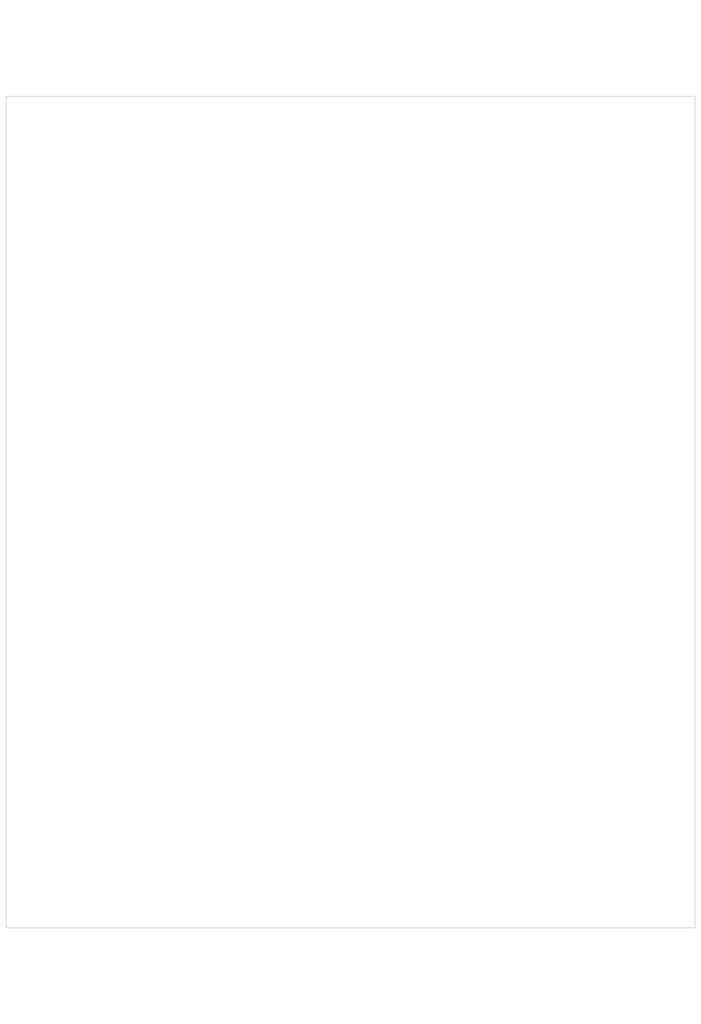
<source format=kicad_pcb>
(kicad_pcb (version 20211014) (generator pcbnew)

  (general
    (thickness 1.6)
  )

  (paper "A4")
  (layers
    (0 "F.Cu" signal)
    (31 "B.Cu" signal)
    (32 "B.Adhes" user "B.Adhesive")
    (33 "F.Adhes" user "F.Adhesive")
    (34 "B.Paste" user)
    (35 "F.Paste" user)
    (36 "B.SilkS" user "B.Silkscreen")
    (37 "F.SilkS" user "F.Silkscreen")
    (38 "B.Mask" user)
    (39 "F.Mask" user)
    (40 "Dwgs.User" user "User.Drawings")
    (41 "Cmts.User" user "User.Comments")
    (42 "Eco1.User" user "User.Eco1")
    (43 "Eco2.User" user "User.Eco2")
    (44 "Edge.Cuts" user)
    (45 "Margin" user)
    (46 "B.CrtYd" user "B.Courtyard")
    (47 "F.CrtYd" user "F.Courtyard")
    (48 "B.Fab" user)
    (49 "F.Fab" user)
    (50 "User.1" user)
    (51 "User.2" user)
    (52 "User.3" user)
    (53 "User.4" user)
    (54 "User.5" user)
    (55 "User.6" user)
    (56 "User.7" user)
    (57 "User.8" user)
    (58 "User.9" user)
  )

  (setup
    (pad_to_mask_clearance 0)
    (pcbplotparams
      (layerselection 0x00010fc_ffffffff)
      (disableapertmacros false)
      (usegerberextensions false)
      (usegerberattributes true)
      (usegerberadvancedattributes true)
      (creategerberjobfile true)
      (svguseinch false)
      (svgprecision 6)
      (excludeedgelayer true)
      (plotframeref false)
      (viasonmask false)
      (mode 1)
      (useauxorigin false)
      (hpglpennumber 1)
      (hpglpenspeed 20)
      (hpglpendiameter 15.000000)
      (dxfpolygonmode true)
      (dxfimperialunits true)
      (dxfusepcbnewfont true)
      (psnegative false)
      (psa4output false)
      (plotreference true)
      (plotvalue true)
      (plotinvisibletext false)
      (sketchpadsonfab false)
      (subtractmaskfromsilk false)
      (outputformat 1)
      (mirror false)
      (drillshape 1)
      (scaleselection 1)
      (outputdirectory "")
    )
  )

  (net 0 "")

  (gr_line (start 0.75 12.5) (end 0.75 120.85) (layer "Edge.Cuts") (width 0.1) (tstamp 1a09a7cb-78f5-4989-9bdf-8b4c4a8beb1d))
  (gr_line (start 90.55 120.85) (end 90.55 12.5) (layer "Edge.Cuts") (width 0.1) (tstamp 2aef071e-f380-49c0-b1ba-860b2a4bd684))
  (gr_line (start 0.75 120.85) (end 90.55 120.85) (layer "Edge.Cuts") (width 0.1) (tstamp 347e4106-0ad8-4579-9925-c65107fafee2))
  (gr_line (start 0.75 12.5) (end 90.55 12.5) (layer "Edge.Cuts") (width 0.1) (tstamp c8cb28f7-4e0d-49a3-8b9b-fcff4adac1d4))
  (gr_line (start 91.3 0) (end 91.3 133.35) (layer "User.1") (width 0.1) (tstamp 14be568d-2e52-4aed-b81b-dddc75cbdd07))
  (gr_line (start 0 133.35) (end 0 0) (layer "User.1") (width 0.1) (tstamp 159574a9-ecec-48bb-adb0-3dc9e65d4e79))
  (gr_line (start 0 0) (end 91.3 0) (layer "User.1") (width 0.1) (tstamp 7a879184-fad8-4feb-afb5-86fe8d34f1f7))
  (gr_line (start 91.3 133.35) (end 0 133.35) (layer "User.1") (width 0.1) (tstamp bc3f6e1f-c81e-4889-865a-0e223a5a22e2))

)

</source>
